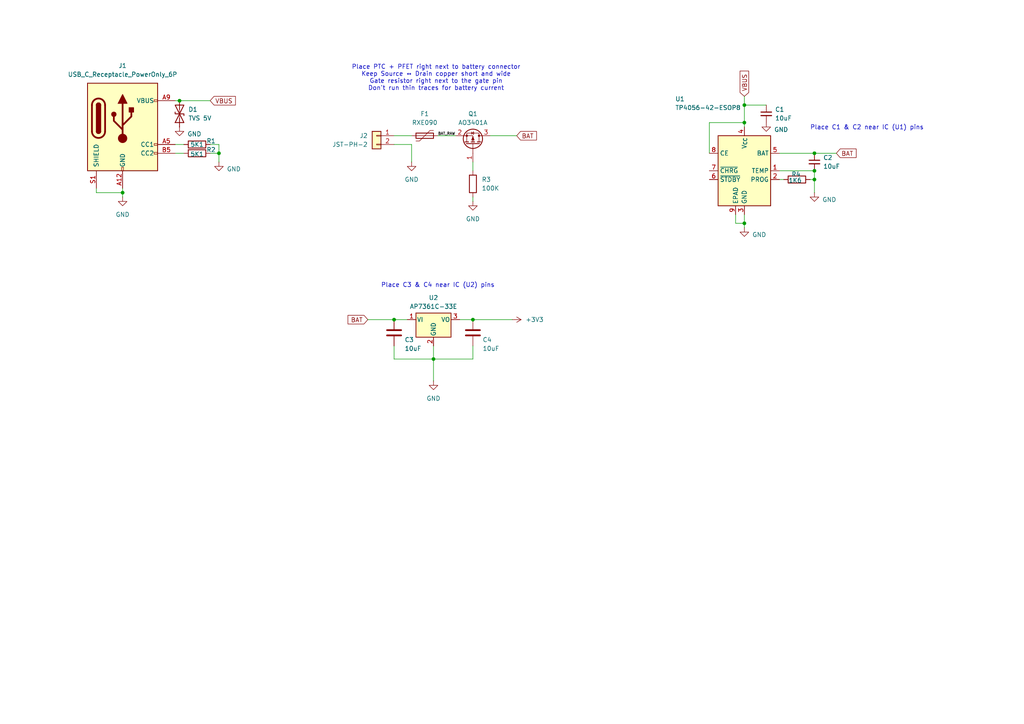
<source format=kicad_sch>
(kicad_sch (version 20250114) (generator "eeschema") (generator_version "9.0")
  (paper "A4")
  (lib_symbols
    (symbol "Battery_Management:TP4056-42-ESOP8"
      (property "Reference" "U" (at -6.604 11.684 0))
      (property "Value" "TP4056-42-ESOP8" (at 10.16 11.684 0))
      (symbol "TP4056-42-ESOP8_1_0"
        (pin input line (at -10.16 5.08 0) (length 2.54) (name "CE") (number "8"))
        (pin open_collector line (at -10.16 0 0) (length 2.54) (name "~{CHRG}") (number "7"))
        (pin open_collector line (at -10.16 -2.54 0) (length 2.54) (name "~{STDBY}") (number "6"))
        (pin passive line (at -2.54 -12.7 90) (length 2.54) (name "EPAD") (number "9"))
        (pin power_in line (at 0 12.7 270) (length 2.54) (name "V_{CC}") (number "4"))
        (pin power_in line (at 0 -12.7 90) (length 2.54) (name "GND") (number "3"))
        (pin power_out line (at 10.16 5.08 180) (length 2.54) (name "BAT") (number "5"))
        (pin input line (at 10.16 0 180) (length 2.54) (name "TEMP") (number "1"))
        (pin passive line (at 10.16 -2.54 180) (length 2.54) (name "PROG") (number "2"))
      )
      (symbol "TP4056-42-ESOP8_1_1"
        (rectangle (start -7.62 10.16) (end 7.62 -10.16) (stroke (width 0.254)) (fill (type background)))
      )
    )
    (symbol "Connector:USB_C_Receptacle_PowerOnly_6P" (pin_names (offset 1.016))
      (property "Reference" "J" (at 0 16.51 0))
      (property "Value" "USB_C_Receptacle_PowerOnly_6P" (at 0 13.97 0))
      (symbol "USB_C_Receptacle_PowerOnly_6P_0_0"
        (rectangle (start -0.254 -12.7) (end 0.254 -11.684))
        (rectangle (start 10.16 7.874) (end 9.144 7.366))
        (rectangle (start 10.16 -4.826) (end 9.144 -5.334))
        (rectangle (start 10.16 -7.366) (end 9.144 -7.874))
      )
      (symbol "USB_C_Receptacle_PowerOnly_6P_0_1"
        (rectangle (start -10.16 12.7) (end 10.16 -12.7) (stroke (width 0.254)) (fill (type background)))
        (polyline (pts (xy -8.89 -1.27) (xy -8.89 6.35)) (stroke (width 0.508)))
        (rectangle (start -7.62 -1.27) (end -6.35 6.35) (stroke (width 0.254)) (fill (type outline)))
        (arc (start -7.62 6.35) (mid -6.985 6.9823) (end -6.35 6.35) (stroke (width 0.254)))
        (arc (start -7.62 6.35) (mid -6.985 6.9823) (end -6.35 6.35) (stroke (width 0.254)) (fill (type outline)))
        (arc (start -8.89 6.35) (mid -6.985 8.2467) (end -5.08 6.35) (stroke (width 0.508)))
        (arc (start -5.08 -1.27) (mid -6.985 -3.1667) (end -8.89 -1.27) (stroke (width 0.508)))
        (arc (start -6.35 -1.27) (mid -6.985 -1.9023) (end -7.62 -1.27) (stroke (width 0.254)))
        (arc (start -6.35 -1.27) (mid -6.985 -1.9023) (end -7.62 -1.27) (stroke (width 0.254)) (fill (type outline)))
        (polyline (pts (xy -5.08 6.35) (xy -5.08 -1.27)) (stroke (width 0.508)))
        (circle (center -2.54 3.683) (radius 0.635) (stroke (width 0.254)) (fill (type outline)))
        (polyline (pts (xy -1.27 6.858) (xy 0 9.398) (xy 1.27 6.858) (xy -1.27 6.858)) (stroke (width 0.254)) (fill (type outline)))
        (polyline (pts (xy 0 0.508) (xy 2.54 3.048) (xy 2.54 4.318)) (stroke (width 0.508)))
        (polyline (pts (xy 0 -0.762) (xy -2.54 1.778) (xy -2.54 3.048)) (stroke (width 0.508)))
        (polyline (pts (xy 0 -3.302) (xy 0 6.858)) (stroke (width 0.508)))
        (circle (center 0 -3.302) (radius 1.27) (fill (type outline)))
        (rectangle (start 1.905 4.318) (end 3.175 5.588) (stroke (width 0.254)) (fill (type outline)))
      )
      (symbol "USB_C_Receptacle_PowerOnly_6P_1_1"
        (pin passive line (at -7.62 -17.78 90) (length 5.08) (name "SHIELD") (number "S1"))
        (pin passive line (at 0 -17.78 90) (length 5.08) (name "GND") (number "A12"))
        (pin passive line (at 0 -17.78 90) (length 5.08) (hide yes) (name "GND") (number "B12"))
        (pin passive line (at 15.24 7.62 180) (length 5.08) (name "VBUS") (number "A9"))
        (pin passive line (at 15.24 7.62 180) (length 5.08) (hide yes) (name "VBUS") (number "B9"))
        (pin bidirectional line (at 15.24 -5.08 180) (length 5.08) (name "CC1") (number "A5"))
        (pin bidirectional line (at 15.24 -7.62 180) (length 5.08) (name "CC2") (number "B5"))
      )
    )
    (symbol "Connector_Generic:Conn_01x02" (pin_names (offset 1.016) (hide yes))
      (property "Reference" "J" (at 0 2.54 0))
      (property "Value" "Conn_01x02" (at 0 -5.08 0))
      (symbol "Conn_01x02_1_1"
        (rectangle (start -1.27 1.27) (end 1.27 -3.81) (stroke (width 0.254)) (fill (type background)))
        (rectangle (start -1.27 0.127) (end 0 -0.127) (stroke (width 0.1524)))
        (rectangle (start -1.27 -2.413) (end 0 -2.667) (stroke (width 0.1524)))
        (pin passive line (at -5.08 0 0) (length 3.81) (name "Pin_1") (number "1"))
        (pin passive line (at -5.08 -2.54 0) (length 3.81) (name "Pin_2") (number "2"))
      )
    )
    (symbol "Device:C" (pin_numbers (hide yes)) (pin_names (offset 0.254))
      (property "Reference" "C" (at 0.635 2.54 0))
      (property "Value" "C" (at 0.635 -2.54 0))
      (symbol "C_0_1"
        (polyline (pts (xy -2.032 0.762) (xy 2.032 0.762)) (stroke (width 0.508)))
        (polyline (pts (xy -2.032 -0.762) (xy 2.032 -0.762)) (stroke (width 0.508)))
      )
      (symbol "C_1_1"
        (pin passive line (at 0 3.81 270) (length 2.794) (name "~") (number "1"))
        (pin passive line (at 0 -3.81 90) (length 2.794) (name "~") (number "2"))
      )
    )
    (symbol "Device:C_Small" (pin_numbers (hide yes)) (pin_names (offset 0.254) (hide yes))
      (property "Reference" "C" (at 0.254 1.778 0))
      (property "Value" "C_Small" (at 0.254 -2.032 0))
      (symbol "C_Small_0_1"
        (polyline (pts (xy -1.524 0.508) (xy 1.524 0.508)) (stroke (width 0.3048)))
        (polyline (pts (xy -1.524 -0.508) (xy 1.524 -0.508)) (stroke (width 0.3302)))
      )
      (symbol "C_Small_1_1"
        (pin passive line (at 0 2.54 270) (length 2.032) (name "~") (number "1"))
        (pin passive line (at 0 -2.54 90) (length 2.032) (name "~") (number "2"))
      )
    )
    (symbol "Device:D_TVS" (pin_numbers (hide yes)) (pin_names (offset 1.016) (hide yes))
      (property "Reference" "D" (at 0 2.54 0))
      (property "Value" "D_TVS" (at 0 -2.54 0))
      (symbol "D_TVS_0_1"
        (polyline (pts (xy -2.54 1.27) (xy -2.54 -1.27) (xy 2.54 1.27) (xy 2.54 -1.27) (xy -2.54 1.27)) (stroke (width 0.254)))
        (polyline (pts (xy 0.508 1.27) (xy 0 1.27) (xy 0 -1.27) (xy -0.508 -1.27)) (stroke (width 0.254)))
        (polyline (pts (xy 1.27 0) (xy -1.27 0)))
      )
      (symbol "D_TVS_1_1"
        (pin passive line (at -3.81 0 0) (length 2.54) (name "A1") (number "1"))
        (pin passive line (at 3.81 0 180) (length 2.54) (name "A2") (number "2"))
      )
    )
    (symbol "Device:Polyfuse" (pin_numbers (hide yes)) (pin_names (offset 0))
      (property "Reference" "F" (at -2.54 0 90))
      (property "Value" "Polyfuse" (at 2.54 0 90))
      (symbol "Polyfuse_0_1"
        (polyline (pts (xy -1.524 2.54) (xy -1.524 1.524) (xy 1.524 -1.524) (xy 1.524 -2.54)))
        (rectangle (start -0.762 2.54) (end 0.762 -2.54) (stroke (width 0.254)))
        (polyline (pts (xy 0 2.54) (xy 0 -2.54)))
      )
      (symbol "Polyfuse_1_1"
        (pin passive line (at 0 3.81 270) (length 1.27) (name "~") (number "1"))
        (pin passive line (at 0 -3.81 90) (length 1.27) (name "~") (number "2"))
      )
    )
    (symbol "Device:R" (pin_numbers (hide yes)) (pin_names (offset 0))
      (property "Reference" "R" (at 2.032 0 90))
      (property "Value" "R" (at 0 0 90))
      (symbol "R_0_1"
        (rectangle (start -1.016 -2.54) (end 1.016 2.54) (stroke (width 0.254)))
      )
      (symbol "R_1_1"
        (pin passive line (at 0 3.81 270) (length 1.27) (name "~") (number "1"))
        (pin passive line (at 0 -3.81 90) (length 1.27) (name "~") (number "2"))
      )
    )
    (symbol "Regulator_Linear:AP7361C-33E" (pin_names (offset 0.254))
      (property "Reference" "U" (at -3.81 3.175 0))
      (property "Value" "AP7361C-33E" (at 0 3.175 0))
      (symbol "AP7361C-33E_0_1"
        (rectangle (start -5.08 -5.08) (end 5.08 1.905) (stroke (width 0.254)) (fill (type background)))
      )
      (symbol "AP7361C-33E_1_1"
        (pin power_in line (at -7.62 0 0) (length 2.54) (name "VI") (number "1"))
        (pin power_in line (at 0 -7.62 90) (length 2.54) (name "GND") (number "2"))
        (pin power_out line (at 7.62 0 180) (length 2.54) (name "VO") (number "3"))
      )
    )
    (symbol "Transistor_FET:Q_PMOS_GSD" (pin_names (offset 0) (hide yes))
      (property "Reference" "Q" (at 5.08 1.905 0))
      (property "Value" "Q_PMOS_GSD" (at 5.08 0 0))
      (symbol "Q_PMOS_GSD_0_1"
        (polyline (pts (xy 0.254 1.905) (xy 0.254 -1.905)) (stroke (width 0.254)))
        (polyline (pts (xy 0.254 0) (xy -2.54 0)))
        (polyline (pts (xy 0.762 2.286) (xy 0.762 1.27)) (stroke (width 0.254)))
        (polyline (pts (xy 0.762 1.778) (xy 3.302 1.778) (xy 3.302 -1.778) (xy 0.762 -1.778)))
        (polyline (pts (xy 0.762 0.508) (xy 0.762 -0.508)) (stroke (width 0.254)))
        (polyline (pts (xy 0.762 -1.27) (xy 0.762 -2.286)) (stroke (width 0.254)))
        (circle (center 1.651 0) (radius 2.794) (stroke (width 0.254)))
        (polyline (pts (xy 2.286 0) (xy 1.27 0.381) (xy 1.27 -0.381) (xy 2.286 0)) (fill (type outline)))
        (polyline (pts (xy 2.54 2.54) (xy 2.54 1.778)))
        (circle (center 2.54 1.778) (radius 0.254) (fill (type outline)))
        (circle (center 2.54 -1.778) (radius 0.254) (fill (type outline)))
        (polyline (pts (xy 2.54 -2.54) (xy 2.54 0) (xy 0.762 0)))
        (polyline (pts (xy 2.921 -0.381) (xy 3.683 -0.381)))
        (polyline (pts (xy 3.302 -0.381) (xy 2.921 0.254) (xy 3.683 0.254) (xy 3.302 -0.381)))
      )
      (symbol "Q_PMOS_GSD_1_1"
        (pin input line (at -5.08 0 0) (length 2.54) (name "G") (number "1"))
        (pin passive line (at 2.54 5.08 270) (length 2.54) (name "D") (number "3"))
        (pin passive line (at 2.54 -5.08 90) (length 2.54) (name "S") (number "2"))
      )
    )
    (symbol "power:+3V3" (power) (pin_numbers (hide yes)) (pin_names (offset 0) (hide yes))
      (property "Value" "+3V3" (at 0 3.556 0))
      (symbol "+3V3_0_1"
        (polyline (pts (xy -0.762 1.27) (xy 0 2.54)))
        (polyline (pts (xy 0 2.54) (xy 0.762 1.27)))
        (polyline (pts (xy 0 0) (xy 0 2.54)))
      )
      (symbol "+3V3_1_1"
        (pin power_in line (at 0 0 90) (length 0) (name "~") (number "1"))
      )
    )
    (symbol "power:GND" (power) (pin_numbers (hide yes)) (pin_names (offset 0) (hide yes))
      (property "Value" "GND" (at 0 -3.81 0))
      (symbol "GND_0_1"
        (polyline (pts (xy 0 0) (xy 0 -1.27) (xy 1.27 -1.27) (xy 0 -2.54) (xy -1.27 -1.27) (xy 0 -1.27)))
      )
      (symbol "GND_1_1"
        (pin power_in line (at 0 0 270) (length 0) (name "~") (number "1"))
      )
    )
  )
  (text "Place PTC + PFET right next to battery connector\nKeep Source ↔ Drain copper short and wide\nGate resistor right next to the gate pin\nDon't run thin traces for battery current" (at 126.492 22.606 0) (effects (font (size 1.27 1.27))))
  (text "Place C1 & C2 near IC (U1) pins" (at 251.46 37.084 0) (effects (font (size 1.27 1.27))))
  (text "Place C3 & C4 near IC (U2) pins" (at 127 82.804 0) (effects (font (size 1.27 1.27))))
  (junction (at 215.9 30.48))
  (junction (at 114.3 92.71))
  (junction (at 125.73 104.14))
  (junction (at 52.07 29.21))
  (junction (at 236.22 44.45))
  (junction (at 236.22 52.07))
  (junction (at 35.56 55.88))
  (junction (at 215.9 64.77))
  (junction (at 236.22 49.53))
  (junction (at 215.9 35.56))
  (junction (at 63.5 44.45))
  (junction (at 137.16 92.71))
  (wire (pts (xy 137.16 57.15) (xy 137.16 58.42)))
  (wire (pts (xy 236.22 49.53) (xy 236.22 52.07)))
  (wire (pts (xy 60.96 41.91) (xy 63.5 41.91)))
  (wire (pts (xy 125.73 104.14) (xy 137.16 104.14)))
  (wire (pts (xy 114.3 41.91) (xy 119.38 41.91)))
  (wire (pts (xy 215.9 35.56) (xy 215.9 36.83)))
  (wire (pts (xy 215.9 30.48) (xy 215.9 35.56)))
  (wire (pts (xy 133.35 92.71) (xy 137.16 92.71)))
  (wire (pts (xy 127 39.37) (xy 132.08 39.37)))
  (wire (pts (xy 50.8 44.45) (xy 53.34 44.45)))
  (wire (pts (xy 114.3 100.33) (xy 114.3 104.14)))
  (wire (pts (xy 50.8 29.21) (xy 52.07 29.21)))
  (wire (pts (xy 63.5 44.45) (xy 63.5 46.99)))
  (wire (pts (xy 137.16 100.33) (xy 137.16 104.14)))
  (wire (pts (xy 205.74 35.56) (xy 215.9 35.56)))
  (wire (pts (xy 234.95 52.07) (xy 236.22 52.07)))
  (wire (pts (xy 142.24 39.37) (xy 149.86 39.37)))
  (wire (pts (xy 242.57 44.45) (xy 236.22 44.45)))
  (wire (pts (xy 27.94 54.61) (xy 27.94 55.88)))
  (wire (pts (xy 60.96 44.45) (xy 63.5 44.45)))
  (wire (pts (xy 137.16 92.71) (xy 148.59 92.71)))
  (wire (pts (xy 35.56 55.88) (xy 35.56 57.15)))
  (wire (pts (xy 50.8 41.91) (xy 53.34 41.91)))
  (wire (pts (xy 114.3 92.71) (xy 118.11 92.71)))
  (wire (pts (xy 215.9 27.94) (xy 215.9 30.48)))
  (wire (pts (xy 114.3 39.37) (xy 119.38 39.37)))
  (wire (pts (xy 236.22 44.45) (xy 226.06 44.45)))
  (wire (pts (xy 236.22 52.07) (xy 236.22 55.88)))
  (wire (pts (xy 226.06 52.07) (xy 227.33 52.07)))
  (wire (pts (xy 213.36 64.77) (xy 215.9 64.77)))
  (wire (pts (xy 119.38 41.91) (xy 119.38 46.99)))
  (wire (pts (xy 125.73 104.14) (xy 125.73 110.49)))
  (wire (pts (xy 125.73 100.33) (xy 125.73 104.14)))
  (wire (pts (xy 63.5 41.91) (xy 63.5 44.45)))
  (wire (pts (xy 215.9 64.77) (xy 215.9 62.23)))
  (wire (pts (xy 205.74 44.45) (xy 205.74 35.56)))
  (wire (pts (xy 215.9 30.48) (xy 222.25 30.48)))
  (wire (pts (xy 27.94 55.88) (xy 35.56 55.88)))
  (wire (pts (xy 215.9 66.04) (xy 215.9 64.77)))
  (wire (pts (xy 137.16 46.99) (xy 137.16 49.53)))
  (wire (pts (xy 213.36 62.23) (xy 213.36 64.77)))
  (wire (pts (xy 106.68 92.71) (xy 114.3 92.71)))
  (wire (pts (xy 35.56 54.61) (xy 35.56 55.88)))
  (wire (pts (xy 114.3 104.14) (xy 125.73 104.14)))
  (wire (pts (xy 226.06 49.53) (xy 236.22 49.53)))
  (wire (pts (xy 52.07 29.21) (xy 60.96 29.21)))
  (label "BAT_RAW" (at 127 39.37 0) (effects (font (size 0.762 0.762))))
  (global_label "VBUS" (shape input) (at 215.9 27.94 90) (property "Intersheetrefs" "${INTERSHEET_REFS}" (effects (hide yes))))
  (global_label "BAT" (shape input) (at 149.86 39.37 0) (property "Intersheetrefs" "${INTERSHEET_REFS}" (effects (hide yes))))
  (global_label "BAT" (shape input) (at 242.57 44.45 0) (property "Intersheetrefs" "${INTERSHEET_REFS}" (effects (hide yes))))
  (global_label "VBUS" (shape input) (at 60.96 29.21 0) (property "Intersheetrefs" "${INTERSHEET_REFS}" (effects (hide yes))))
  (global_label "BAT" (shape input) (at 106.68 92.71 180) (property "Intersheetrefs" "${INTERSHEET_REFS}" (effects (hide yes))))
  (symbol (lib_id "Device:R") (at 57.15 41.91 90) (unit 1)
    (property "Reference" "R1" (at 61.214 40.894 90))
    (property "Value" "5K1" (at 57.15 41.91 90))
    (property "Footprint" "Resistor_SMD:R_0603_1608Metric" (effects (hide yes)))
    (property "Description" "Resistor" (effects (hide yes)))
  )
  (symbol (lib_id "power:GND") (at 215.9 66.04 0) (unit 1)
    (property "Reference" "#PWR06" (effects (hide yes)))
    (property "Value" "GND" (at 220.218 68.072 0))
    (property "Description" "Power symbol creates a global label with name \"GND\" , ground" (effects (hide yes)))
  )
  (symbol (lib_id "Device:R") (at 57.15 44.45 90) (unit 1)
    (property "Reference" "R2" (at 61.214 43.434 90))
    (property "Value" "5K1" (at 57.15 44.704 90))
    (property "Footprint" "Resistor_SMD:R_0603_1608Metric" (effects (hide yes)))
    (property "Description" "Resistor" (effects (hide yes)))
  )
  (symbol (lib_id "power:GND") (at 222.25 35.56 0) (unit 1)
    (property "Reference" "#PWR08" (effects (hide yes)))
    (property "Value" "GND" (at 226.568 37.592 0))
    (property "Description" "Power symbol creates a global label with name \"GND\" , ground" (effects (hide yes)))
  )
  (symbol (lib_id "Device:C") (at 137.16 96.52 0) (unit 1)
    (property "Reference" "C4" (at 139.954 98.552 0) (effects (justify left)))
    (property "Value" "10uF" (at 139.954 101.092 0) (effects (justify left)))
    (property "Description" "Unpolarized capacitor" (effects (hide yes)))
  )
  (symbol (lib_id "Connector:USB_C_Receptacle_PowerOnly_6P") (at 35.56 36.83 0) (unit 1)
    (property "Reference" "J1" (at 35.56 19.05 0))
    (property "Value" "USB_C_Receptacle_PowerOnly_6P" (at 35.56 21.59 0))
    (property "Footprint" "Connector_USB:USB_C_Receptacle_HRO_TYPE-C-31-M-12" (effects (hide yes)))
    (property "Datasheet" "https://www.usb.org/sites/default/files/documents/usb_type-c.zip" (effects (hide yes)))
    (property "Description" "USB Power-Only 6P Type-C Receptacle connector" (effects (hide yes)))
  )
  (symbol (lib_id "Battery_Management:TP4056-42-ESOP8") (at 215.9 49.53 0) (unit 1)
    (property "Reference" "U1" (at 195.834 28.702 0) (effects (justify left)))
    (property "Value" "TP4056-42-ESOP8" (at 195.834 31.242 0) (effects (justify left)))
    (property "Footprint" "Package_SO:SOIC-8-1EP_3.9x4.9mm_P1.27mm_EP2.41x3.3mm_ThermalVias" (effects (hide yes)))
    (property "Datasheet" "https://www.lcsc.com/datasheet/lcsc_datasheet_2410121619_TOPPOWER-Nanjing-Extension-Microelectronics-TP4056-42-ESOP8_C16581.pdf" (effects (hide yes)))
    (property "Description" "1A Standalone Linear Li-ion/LiPo single-cell battery charger, 4.2V ±1% charge voltage, VCC = 4.0..8.0V, SOIC-8 (SOP-8)" (effects (hide yes)))
  )
  (symbol (lib_id "Device:C") (at 114.3 96.52 0) (unit 1)
    (property "Reference" "C3" (at 117.348 98.552 0) (effects (justify left)))
    (property "Value" "10uF" (at 117.348 101.092 0) (effects (justify left)))
    (property "Description" "Unpolarized capacitor" (effects (hide yes)))
  )
  (symbol (lib_id "Regulator_Linear:AP7361C-33E") (at 125.73 92.71 0) (unit 1)
    (property "Reference" "U2" (at 125.73 86.36 0))
    (property "Value" "AP7361C-33E" (at 125.73 88.9 0))
    (property "Footprint" "Package_TO_SOT_SMD:SOT-223-3_TabPin2" (effects (hide yes)))
    (property "Datasheet" "https://www.diodes.com/assets/Datasheets/AP7361C.pdf" (effects (hide yes)))
    (property "Description" "1A Low Dropout regulator, positive, 3.3V fixed output, SOT-223" (effects (hide yes)))
  )
  (symbol (lib_id "power:+3V3") (at 148.59 92.71 270) (unit 1)
    (property "Reference" "#PWR09" (effects (hide yes)))
    (property "Value" "+3V3" (at 152.4 92.7099 90) (effects (justify left)))
    (property "Description" "Power symbol creates a global label with name \"+3V3\"" (effects (hide yes)))
  )
  (symbol (lib_id "Device:R") (at 231.14 52.07 90) (unit 1)
    (property "Reference" "R4" (at 230.886 50.546 90))
    (property "Value" "1K6" (at 230.632 52.324 90))
    (property "Footprint" "Resistor_SMD:R_0603_1608Metric" (effects (hide yes)))
    (property "Description" "Resistor" (effects (hide yes)))
  )
  (symbol (lib_id "Device:R") (at 137.16 53.34 0) (unit 1)
    (property "Reference" "R3" (at 139.7 52.0699 0) (effects (justify left)))
    (property "Value" "100K" (at 139.7 54.6099 0) (effects (justify left)))
    (property "Footprint" "Resistor_SMD:R_0603_1608Metric" (effects (hide yes)))
    (property "Description" "Resistor" (effects (hide yes)))
  )
  (symbol (lib_id "power:GND") (at 35.56 57.15 0) (unit 1)
    (property "Reference" "#PWR02" (effects (hide yes)))
    (property "Value" "GND" (at 35.56 62.23 0))
    (property "Description" "Power symbol creates a global label with name \"GND\" , ground" (effects (hide yes)))
  )
  (symbol (lib_id "Device:C_Small") (at 236.22 46.99 0) (unit 1)
    (property "Reference" "C2" (at 238.76 45.7262 0) (effects (justify left)))
    (property "Value" "10uF" (at 238.76 48.2662 0) (effects (justify left)))
    (property "Footprint" "Capacitor_SMD:C_0603_1608Metric" (effects (hide yes)))
    (property "Description" "Unpolarized capacitor, small symbol" (effects (hide yes)))
  )
  (symbol (lib_id "Transistor_FET:Q_PMOS_GSD") (at 137.16 41.91 270) (mirror x) (unit 1)
    (property "Reference" "Q1" (at 137.16 33.02 90))
    (property "Value" "AO3401A" (at 137.16 35.56 90))
    (property "Footprint" "Package_TO_SOT_SMD:SOT-23" (effects (hide yes)))
    (property "Description" "P-MOSFET transistor, gate/source/drain" (effects (hide yes)))
  )
  (symbol (lib_id "Device:Polyfuse") (at 123.19 39.37 90) (unit 1)
    (property "Reference" "F1" (at 123.19 33.02 90))
    (property "Value" "RXE090" (at 123.19 35.56 90))
    (property "Footprint" "TerminalBlock_Phoenix:TerminalBlock_Phoenix_MKDS-1,5-2-5.08_1x02_P5.08mm_Horizontal" (effects (hide yes)))
    (property "Description" "Resettable fuse, polymeric positive temperature coefficient" (effects (hide yes)))
  )
  (symbol (lib_id "power:GND") (at 63.5 46.99 0) (unit 1)
    (property "Reference" "#PWR01" (effects (hide yes)))
    (property "Value" "GND" (at 67.818 49.022 0))
    (property "Description" "Power symbol creates a global label with name \"GND\" , ground" (effects (hide yes)))
  )
  (symbol (lib_id "power:GND") (at 236.22 55.88 0) (unit 1)
    (property "Reference" "#PWR07" (effects (hide yes)))
    (property "Value" "GND" (at 240.538 57.912 0))
    (property "Description" "Power symbol creates a global label with name \"GND\" , ground" (effects (hide yes)))
  )
  (symbol (lib_id "power:GND") (at 125.73 110.49 0) (unit 1)
    (property "Reference" "#PWR010" (effects (hide yes)))
    (property "Value" "GND" (at 125.73 115.57 0))
    (property "Description" "Power symbol creates a global label with name \"GND\" , ground" (effects (hide yes)))
  )
  (symbol (lib_id "power:GND") (at 137.16 58.42 0) (unit 1)
    (property "Reference" "#PWR05" (effects (hide yes)))
    (property "Value" "GND" (at 137.16 63.5 0))
    (property "Description" "Power symbol creates a global label with name \"GND\" , ground" (effects (hide yes)))
  )
  (symbol (lib_id "Connector_Generic:Conn_01x02") (at 109.22 39.37 0) (mirror y) (unit 1)
    (property "Reference" "J2" (at 106.68 39.3699 0) (effects (justify left)))
    (property "Value" "JST-PH-2" (at 106.68 41.9099 0) (effects (justify left)))
    (property "Footprint" "Connector_JST:JST_PH_B2B-PH-K_1x02_P2.00mm_Vertical" (effects (hide yes)))
    (property "Description" "Generic connector, single row, 01x02, script generated (kicad-library-utils/schlib/autogen/connector/)" (effects (hide yes)))
  )
  (symbol (lib_id "Device:C_Small") (at 222.25 33.02 0) (unit 1)
    (property "Reference" "C1" (at 224.79 31.7562 0) (effects (justify left)))
    (property "Value" "10uF" (at 224.79 34.2962 0) (effects (justify left)))
    (property "Footprint" "Capacitor_SMD:C_0603_1608Metric" (effects (hide yes)))
    (property "Description" "Unpolarized capacitor, small symbol" (effects (hide yes)))
  )
  (symbol (lib_id "power:GND") (at 52.07 36.83 0) (unit 1)
    (property "Reference" "#PWR03" (effects (hide yes)))
    (property "Value" "GND" (at 56.388 38.862 0))
    (property "Description" "Power symbol creates a global label with name \"GND\" , ground" (effects (hide yes)))
  )
  (symbol (lib_id "Device:D_TVS") (at 52.07 33.02 90) (unit 1)
    (property "Reference" "D1" (at 54.61 31.7499 90) (effects (justify right)))
    (property "Value" "TVS 5V" (at 54.61 34.2899 90) (effects (justify right)))
    (property "Footprint" "Package_TO_SOT_SMD:SOT-23" (effects (hide yes)))
    (property "Description" "Bidirectional transient-voltage-suppression diode" (effects (hide yes)))
  )
  (symbol (lib_id "power:GND") (at 119.38 46.99 0) (unit 1)
    (property "Reference" "#PWR04" (effects (hide yes)))
    (property "Value" "GND" (at 119.38 52.07 0))
    (property "Description" "Power symbol creates a global label with name \"GND\" , ground" (effects (hide yes)))
  )
)
</source>
